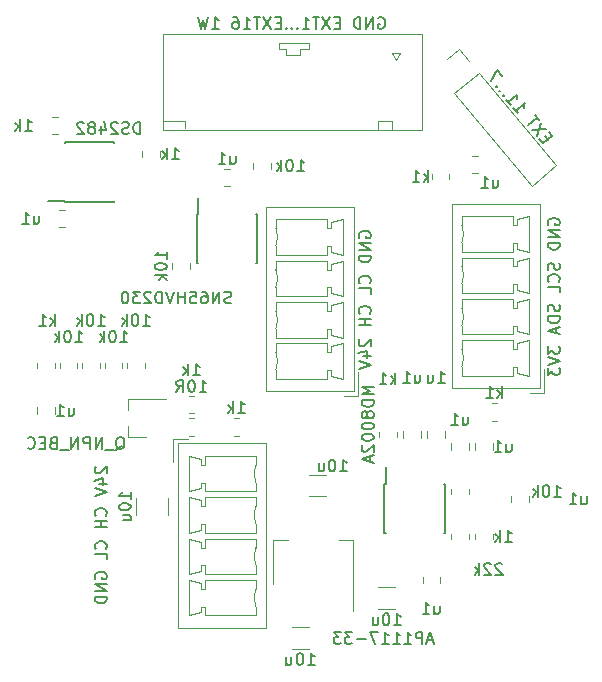
<source format=gbr>
G04 #@! TF.GenerationSoftware,KiCad,Pcbnew,(5.1.8)-1*
G04 #@! TF.CreationDate,2021-07-21T13:44:46+02:00*
G04 #@! TF.ProjectId,sensactUp2,73656e73-6163-4745-9570-322e6b696361,rev?*
G04 #@! TF.SameCoordinates,Original*
G04 #@! TF.FileFunction,Legend,Bot*
G04 #@! TF.FilePolarity,Positive*
%FSLAX46Y46*%
G04 Gerber Fmt 4.6, Leading zero omitted, Abs format (unit mm)*
G04 Created by KiCad (PCBNEW (5.1.8)-1) date 2021-07-21 13:44:46*
%MOMM*%
%LPD*%
G01*
G04 APERTURE LIST*
%ADD10C,0.120000*%
%ADD11C,0.150000*%
G04 APERTURE END LIST*
D10*
X125371469Y-87194943D02*
X123333791Y-88904758D01*
X118802179Y-79365969D02*
X125371469Y-87194943D01*
X116764501Y-81075784D02*
X123333791Y-88904758D01*
X118802179Y-79365969D02*
X116764501Y-81075784D01*
X117985839Y-78393092D02*
X117130932Y-77374253D01*
X117130932Y-77374253D02*
X116112092Y-78229161D01*
X112114000Y-77664000D02*
X111514000Y-77664000D01*
X111814000Y-78264000D02*
X112114000Y-77664000D01*
X111514000Y-77664000D02*
X111814000Y-78264000D01*
X114014000Y-84164000D02*
X92114000Y-84164000D01*
X92114000Y-84164000D02*
X92114000Y-76064000D01*
X92114000Y-76064000D02*
X114014000Y-76064000D01*
X114014000Y-76064000D02*
X114014000Y-84164000D01*
X111514000Y-84164000D02*
X111514000Y-83464000D01*
X111514000Y-83464000D02*
X110314000Y-83464000D01*
X110314000Y-83464000D02*
X110314000Y-84164000D01*
X92114000Y-83464000D02*
X93914000Y-83464000D01*
X93914000Y-83464000D02*
X93914000Y-84064000D01*
X104414000Y-76864000D02*
X101914000Y-76864000D01*
X101914000Y-76864000D02*
X101914000Y-77364000D01*
X101914000Y-77364000D02*
X102514000Y-77364000D01*
X102514000Y-77364000D02*
X102514000Y-77864000D01*
X102514000Y-77864000D02*
X103714000Y-77864000D01*
X103714000Y-77864000D02*
X103714000Y-77364000D01*
X103714000Y-77364000D02*
X104414000Y-77364000D01*
X104414000Y-77364000D02*
X104414000Y-76864000D01*
X91794000Y-86005936D02*
X91794000Y-86460064D01*
X90324000Y-86005936D02*
X90324000Y-86460064D01*
X99722000Y-87476064D02*
X99722000Y-87021936D01*
X101192000Y-87476064D02*
X101192000Y-87021936D01*
X114835000Y-88365064D02*
X114835000Y-87910936D01*
X116305000Y-88365064D02*
X116305000Y-87910936D01*
X118229748Y-86387000D02*
X118752252Y-86387000D01*
X118229748Y-87857000D02*
X118752252Y-87857000D01*
X89054000Y-104367064D02*
X89054000Y-103912936D01*
X90524000Y-104367064D02*
X90524000Y-103912936D01*
X104488748Y-115210000D02*
X105911252Y-115210000D01*
X104488748Y-113390000D02*
X105911252Y-113390000D01*
X102988748Y-128110000D02*
X104411252Y-128110000D01*
X102988748Y-126290000D02*
X104411252Y-126290000D01*
X108210000Y-124900000D02*
X108210000Y-118890000D01*
X101390000Y-122650000D02*
X101390000Y-118890000D01*
X108210000Y-118890000D02*
X106950000Y-118890000D01*
X101390000Y-118890000D02*
X102650000Y-118890000D01*
X84809000Y-104367064D02*
X84809000Y-103912936D01*
X83339000Y-104367064D02*
X83339000Y-103912936D01*
X81434000Y-103912936D02*
X81434000Y-104367064D01*
X82904000Y-103912936D02*
X82904000Y-104367064D01*
X81434000Y-107688748D02*
X81434000Y-108211252D01*
X82904000Y-107688748D02*
X82904000Y-108211252D01*
X83304748Y-90959000D02*
X83827252Y-90959000D01*
X83304748Y-92429000D02*
X83827252Y-92429000D01*
X116486000Y-111259252D02*
X116486000Y-110736748D01*
X117956000Y-111259252D02*
X117956000Y-110736748D01*
X116486000Y-118845064D02*
X116486000Y-118390936D01*
X117956000Y-118845064D02*
X117956000Y-118390936D01*
X116486000Y-115035064D02*
X116486000Y-114580936D01*
X117956000Y-115035064D02*
X117956000Y-114580936D01*
X114454000Y-110243252D02*
X114454000Y-109720748D01*
X115924000Y-110243252D02*
X115924000Y-109720748D01*
X115543000Y-122039748D02*
X115543000Y-122562252D01*
X114073000Y-122039748D02*
X114073000Y-122562252D01*
X92950000Y-110350000D02*
X92950000Y-112350000D01*
X94200000Y-110350000D02*
X92950000Y-110350000D01*
X99950000Y-125300000D02*
X99950000Y-124550000D01*
X95650000Y-125300000D02*
X99950000Y-125300000D01*
X95650000Y-124550000D02*
X95650000Y-125300000D01*
X95300000Y-124550000D02*
X95650000Y-124550000D01*
X95300000Y-125050000D02*
X95300000Y-124550000D01*
X94300000Y-125300000D02*
X95300000Y-125050000D01*
X94300000Y-122300000D02*
X94300000Y-125300000D01*
X95300000Y-122550000D02*
X94300000Y-122300000D01*
X95300000Y-123050000D02*
X95300000Y-122550000D01*
X95650000Y-123050000D02*
X95300000Y-123050000D01*
X95650000Y-122300000D02*
X95650000Y-123050000D01*
X99950000Y-122300000D02*
X95650000Y-122300000D01*
X99950000Y-123050000D02*
X99950000Y-122300000D01*
X99950000Y-121800000D02*
X99950000Y-121050000D01*
X95650000Y-121800000D02*
X99950000Y-121800000D01*
X95650000Y-121050000D02*
X95650000Y-121800000D01*
X95300000Y-121050000D02*
X95650000Y-121050000D01*
X95300000Y-121550000D02*
X95300000Y-121050000D01*
X94300000Y-121800000D02*
X95300000Y-121550000D01*
X94300000Y-118800000D02*
X94300000Y-121800000D01*
X95300000Y-119050000D02*
X94300000Y-118800000D01*
X95300000Y-119550000D02*
X95300000Y-119050000D01*
X95650000Y-119550000D02*
X95300000Y-119550000D01*
X95650000Y-118800000D02*
X95650000Y-119550000D01*
X99950000Y-118800000D02*
X95650000Y-118800000D01*
X99950000Y-119550000D02*
X99950000Y-118800000D01*
X99950000Y-118300000D02*
X99950000Y-117550000D01*
X95650000Y-118300000D02*
X99950000Y-118300000D01*
X95650000Y-117550000D02*
X95650000Y-118300000D01*
X95300000Y-117550000D02*
X95650000Y-117550000D01*
X95300000Y-118050000D02*
X95300000Y-117550000D01*
X94300000Y-118300000D02*
X95300000Y-118050000D01*
X94300000Y-115300000D02*
X94300000Y-118300000D01*
X95300000Y-115550000D02*
X94300000Y-115300000D01*
X95300000Y-116050000D02*
X95300000Y-115550000D01*
X95650000Y-116050000D02*
X95300000Y-116050000D01*
X95650000Y-115300000D02*
X95650000Y-116050000D01*
X99950000Y-115300000D02*
X95650000Y-115300000D01*
X99950000Y-116050000D02*
X99950000Y-115300000D01*
X99950000Y-114800000D02*
X99950000Y-114050000D01*
X95650000Y-114800000D02*
X99950000Y-114800000D01*
X95650000Y-114050000D02*
X95650000Y-114800000D01*
X95300000Y-114050000D02*
X95650000Y-114050000D01*
X95300000Y-114550000D02*
X95300000Y-114050000D01*
X94300000Y-114800000D02*
X95300000Y-114550000D01*
X94300000Y-111800000D02*
X94300000Y-114800000D01*
X95300000Y-112050000D02*
X94300000Y-111800000D01*
X95300000Y-112550000D02*
X95300000Y-112050000D01*
X95650000Y-112550000D02*
X95300000Y-112550000D01*
X95650000Y-111800000D02*
X95650000Y-112550000D01*
X99950000Y-111800000D02*
X95650000Y-111800000D01*
X99950000Y-112550000D02*
X99950000Y-111800000D01*
X93340000Y-126360000D02*
X93340000Y-110740000D01*
X100810000Y-126360000D02*
X93340000Y-126360000D01*
X100810000Y-110740000D02*
X100810000Y-126360000D01*
X93340000Y-110740000D02*
X100810000Y-110740000D01*
X99949845Y-124549647D02*
G75*
G02*
X99950000Y-123050000I1700155J749647D01*
G01*
X99949845Y-121049647D02*
G75*
G02*
X99950000Y-119550000I1700155J749647D01*
G01*
X99949845Y-117549647D02*
G75*
G02*
X99950000Y-116050000I1700155J749647D01*
G01*
X99949845Y-114049647D02*
G75*
G02*
X99950000Y-112550000I1700155J749647D01*
G01*
X124384000Y-106455000D02*
X124384000Y-104455000D01*
X123134000Y-106455000D02*
X124384000Y-106455000D01*
X117384000Y-91505000D02*
X117384000Y-92255000D01*
X121684000Y-91505000D02*
X117384000Y-91505000D01*
X121684000Y-92255000D02*
X121684000Y-91505000D01*
X122034000Y-92255000D02*
X121684000Y-92255000D01*
X122034000Y-91755000D02*
X122034000Y-92255000D01*
X123034000Y-91505000D02*
X122034000Y-91755000D01*
X123034000Y-94505000D02*
X123034000Y-91505000D01*
X122034000Y-94255000D02*
X123034000Y-94505000D01*
X122034000Y-93755000D02*
X122034000Y-94255000D01*
X121684000Y-93755000D02*
X122034000Y-93755000D01*
X121684000Y-94505000D02*
X121684000Y-93755000D01*
X117384000Y-94505000D02*
X121684000Y-94505000D01*
X117384000Y-93755000D02*
X117384000Y-94505000D01*
X117384000Y-95005000D02*
X117384000Y-95755000D01*
X121684000Y-95005000D02*
X117384000Y-95005000D01*
X121684000Y-95755000D02*
X121684000Y-95005000D01*
X122034000Y-95755000D02*
X121684000Y-95755000D01*
X122034000Y-95255000D02*
X122034000Y-95755000D01*
X123034000Y-95005000D02*
X122034000Y-95255000D01*
X123034000Y-98005000D02*
X123034000Y-95005000D01*
X122034000Y-97755000D02*
X123034000Y-98005000D01*
X122034000Y-97255000D02*
X122034000Y-97755000D01*
X121684000Y-97255000D02*
X122034000Y-97255000D01*
X121684000Y-98005000D02*
X121684000Y-97255000D01*
X117384000Y-98005000D02*
X121684000Y-98005000D01*
X117384000Y-97255000D02*
X117384000Y-98005000D01*
X117384000Y-98505000D02*
X117384000Y-99255000D01*
X121684000Y-98505000D02*
X117384000Y-98505000D01*
X121684000Y-99255000D02*
X121684000Y-98505000D01*
X122034000Y-99255000D02*
X121684000Y-99255000D01*
X122034000Y-98755000D02*
X122034000Y-99255000D01*
X123034000Y-98505000D02*
X122034000Y-98755000D01*
X123034000Y-101505000D02*
X123034000Y-98505000D01*
X122034000Y-101255000D02*
X123034000Y-101505000D01*
X122034000Y-100755000D02*
X122034000Y-101255000D01*
X121684000Y-100755000D02*
X122034000Y-100755000D01*
X121684000Y-101505000D02*
X121684000Y-100755000D01*
X117384000Y-101505000D02*
X121684000Y-101505000D01*
X117384000Y-100755000D02*
X117384000Y-101505000D01*
X117384000Y-102005000D02*
X117384000Y-102755000D01*
X121684000Y-102005000D02*
X117384000Y-102005000D01*
X121684000Y-102755000D02*
X121684000Y-102005000D01*
X122034000Y-102755000D02*
X121684000Y-102755000D01*
X122034000Y-102255000D02*
X122034000Y-102755000D01*
X123034000Y-102005000D02*
X122034000Y-102255000D01*
X123034000Y-105005000D02*
X123034000Y-102005000D01*
X122034000Y-104755000D02*
X123034000Y-105005000D01*
X122034000Y-104255000D02*
X122034000Y-104755000D01*
X121684000Y-104255000D02*
X122034000Y-104255000D01*
X121684000Y-105005000D02*
X121684000Y-104255000D01*
X117384000Y-105005000D02*
X121684000Y-105005000D01*
X117384000Y-104255000D02*
X117384000Y-105005000D01*
X123994000Y-90445000D02*
X123994000Y-106065000D01*
X116524000Y-90445000D02*
X123994000Y-90445000D01*
X116524000Y-106065000D02*
X116524000Y-90445000D01*
X123994000Y-106065000D02*
X116524000Y-106065000D01*
X117384155Y-92255353D02*
G75*
G02*
X117384000Y-93755000I-1700155J-749647D01*
G01*
X117384155Y-95755353D02*
G75*
G02*
X117384000Y-97255000I-1700155J-749647D01*
G01*
X117384155Y-99255353D02*
G75*
G02*
X117384000Y-100755000I-1700155J-749647D01*
G01*
X117384155Y-102755353D02*
G75*
G02*
X117384000Y-104255000I-1700155J-749647D01*
G01*
D11*
X110981000Y-114130000D02*
X110981000Y-112730000D01*
X115986000Y-114130000D02*
X115986000Y-118280000D01*
X110836000Y-114130000D02*
X110836000Y-118280000D01*
X115986000Y-114130000D02*
X115841000Y-114130000D01*
X115986000Y-118280000D02*
X115841000Y-118280000D01*
X110836000Y-118280000D02*
X110981000Y-118280000D01*
X110836000Y-114130000D02*
X110981000Y-114130000D01*
D10*
X89826000Y-116789252D02*
X89826000Y-115366748D01*
X92546000Y-116789252D02*
X92546000Y-115366748D01*
X111709252Y-124735000D02*
X110286748Y-124735000D01*
X111709252Y-122915000D02*
X110286748Y-122915000D01*
D11*
X95070000Y-91325000D02*
X95070000Y-89925000D01*
X100075000Y-91325000D02*
X100075000Y-95475000D01*
X94925000Y-91325000D02*
X94925000Y-95475000D01*
X100075000Y-91325000D02*
X99930000Y-91325000D01*
X100075000Y-95475000D02*
X99930000Y-95475000D01*
X94925000Y-95475000D02*
X95070000Y-95475000D01*
X94925000Y-91325000D02*
X95070000Y-91325000D01*
X83777000Y-90187000D02*
X82377000Y-90187000D01*
X83777000Y-85182000D02*
X87927000Y-85182000D01*
X83777000Y-90332000D02*
X87927000Y-90332000D01*
X83777000Y-85182000D02*
X83777000Y-85327000D01*
X87927000Y-85182000D02*
X87927000Y-85327000D01*
X87927000Y-90332000D02*
X87927000Y-90187000D01*
X83777000Y-90332000D02*
X83777000Y-90187000D01*
D10*
X98070936Y-108612000D02*
X98525064Y-108612000D01*
X98070936Y-110082000D02*
X98525064Y-110082000D01*
X83158064Y-84555000D02*
X82703936Y-84555000D01*
X83158064Y-83085000D02*
X82703936Y-83085000D01*
X94715064Y-110082000D02*
X94260936Y-110082000D01*
X94715064Y-108612000D02*
X94260936Y-108612000D01*
X94260936Y-106707000D02*
X94715064Y-106707000D01*
X94260936Y-108177000D02*
X94715064Y-108177000D01*
X92865000Y-95927064D02*
X92865000Y-95472936D01*
X94335000Y-95927064D02*
X94335000Y-95472936D01*
X119988000Y-118390936D02*
X119988000Y-118845064D01*
X118518000Y-118390936D02*
X118518000Y-118845064D01*
X111860000Y-109754936D02*
X111860000Y-110209064D01*
X110390000Y-109754936D02*
X110390000Y-110209064D01*
X119914936Y-107342000D02*
X120369064Y-107342000D01*
X119914936Y-108812000D02*
X120369064Y-108812000D01*
X86714000Y-103912936D02*
X86714000Y-104367064D01*
X85244000Y-103912936D02*
X85244000Y-104367064D01*
X88619000Y-103912936D02*
X88619000Y-104367064D01*
X87149000Y-103912936D02*
X87149000Y-104367064D01*
X89156000Y-110165000D02*
X90616000Y-110165000D01*
X89156000Y-107005000D02*
X92316000Y-107005000D01*
X89156000Y-107005000D02*
X89156000Y-107935000D01*
X89156000Y-110165000D02*
X89156000Y-109235000D01*
X97761252Y-88935000D02*
X97238748Y-88935000D01*
X97761252Y-87465000D02*
X97238748Y-87465000D01*
X123036000Y-115181748D02*
X123036000Y-115704252D01*
X121566000Y-115181748D02*
X121566000Y-115704252D01*
X112422000Y-110243252D02*
X112422000Y-109720748D01*
X113892000Y-110243252D02*
X113892000Y-109720748D01*
X118518000Y-111259252D02*
X118518000Y-110736748D01*
X119988000Y-111259252D02*
X119988000Y-110736748D01*
X108636000Y-106724000D02*
X108636000Y-104724000D01*
X107386000Y-106724000D02*
X108636000Y-106724000D01*
X101636000Y-91774000D02*
X101636000Y-92524000D01*
X105936000Y-91774000D02*
X101636000Y-91774000D01*
X105936000Y-92524000D02*
X105936000Y-91774000D01*
X106286000Y-92524000D02*
X105936000Y-92524000D01*
X106286000Y-92024000D02*
X106286000Y-92524000D01*
X107286000Y-91774000D02*
X106286000Y-92024000D01*
X107286000Y-94774000D02*
X107286000Y-91774000D01*
X106286000Y-94524000D02*
X107286000Y-94774000D01*
X106286000Y-94024000D02*
X106286000Y-94524000D01*
X105936000Y-94024000D02*
X106286000Y-94024000D01*
X105936000Y-94774000D02*
X105936000Y-94024000D01*
X101636000Y-94774000D02*
X105936000Y-94774000D01*
X101636000Y-94024000D02*
X101636000Y-94774000D01*
X101636000Y-95274000D02*
X101636000Y-96024000D01*
X105936000Y-95274000D02*
X101636000Y-95274000D01*
X105936000Y-96024000D02*
X105936000Y-95274000D01*
X106286000Y-96024000D02*
X105936000Y-96024000D01*
X106286000Y-95524000D02*
X106286000Y-96024000D01*
X107286000Y-95274000D02*
X106286000Y-95524000D01*
X107286000Y-98274000D02*
X107286000Y-95274000D01*
X106286000Y-98024000D02*
X107286000Y-98274000D01*
X106286000Y-97524000D02*
X106286000Y-98024000D01*
X105936000Y-97524000D02*
X106286000Y-97524000D01*
X105936000Y-98274000D02*
X105936000Y-97524000D01*
X101636000Y-98274000D02*
X105936000Y-98274000D01*
X101636000Y-97524000D02*
X101636000Y-98274000D01*
X101636000Y-98774000D02*
X101636000Y-99524000D01*
X105936000Y-98774000D02*
X101636000Y-98774000D01*
X105936000Y-99524000D02*
X105936000Y-98774000D01*
X106286000Y-99524000D02*
X105936000Y-99524000D01*
X106286000Y-99024000D02*
X106286000Y-99524000D01*
X107286000Y-98774000D02*
X106286000Y-99024000D01*
X107286000Y-101774000D02*
X107286000Y-98774000D01*
X106286000Y-101524000D02*
X107286000Y-101774000D01*
X106286000Y-101024000D02*
X106286000Y-101524000D01*
X105936000Y-101024000D02*
X106286000Y-101024000D01*
X105936000Y-101774000D02*
X105936000Y-101024000D01*
X101636000Y-101774000D02*
X105936000Y-101774000D01*
X101636000Y-101024000D02*
X101636000Y-101774000D01*
X101636000Y-102274000D02*
X101636000Y-103024000D01*
X105936000Y-102274000D02*
X101636000Y-102274000D01*
X105936000Y-103024000D02*
X105936000Y-102274000D01*
X106286000Y-103024000D02*
X105936000Y-103024000D01*
X106286000Y-102524000D02*
X106286000Y-103024000D01*
X107286000Y-102274000D02*
X106286000Y-102524000D01*
X107286000Y-105274000D02*
X107286000Y-102274000D01*
X106286000Y-105024000D02*
X107286000Y-105274000D01*
X106286000Y-104524000D02*
X106286000Y-105024000D01*
X105936000Y-104524000D02*
X106286000Y-104524000D01*
X105936000Y-105274000D02*
X105936000Y-104524000D01*
X101636000Y-105274000D02*
X105936000Y-105274000D01*
X101636000Y-104524000D02*
X101636000Y-105274000D01*
X108246000Y-90714000D02*
X108246000Y-106334000D01*
X100776000Y-90714000D02*
X108246000Y-90714000D01*
X100776000Y-106334000D02*
X100776000Y-90714000D01*
X108246000Y-106334000D02*
X100776000Y-106334000D01*
X101636155Y-103024353D02*
G75*
G02*
X101636000Y-104524000I-1700155J-749647D01*
G01*
X101636155Y-99524353D02*
G75*
G02*
X101636000Y-101024000I-1700155J-749647D01*
G01*
X101636155Y-96024353D02*
G75*
G02*
X101636000Y-97524000I-1700155J-749647D01*
G01*
X101636155Y-92524353D02*
G75*
G02*
X101636000Y-94024000I-1700155J-749647D01*
G01*
D11*
X124666691Y-85004199D02*
X124452429Y-84748851D01*
X123959341Y-84976114D02*
X124265430Y-85340898D01*
X125031475Y-84698110D01*
X124725385Y-84333327D01*
X124511123Y-84077979D02*
X123316553Y-84210070D01*
X124082598Y-83567282D02*
X123745078Y-84720766D01*
X123929553Y-83384891D02*
X123562246Y-82947151D01*
X122979855Y-83808809D02*
X123745899Y-83166021D01*
X121755498Y-82349676D02*
X122122805Y-82787416D01*
X121939151Y-82568546D02*
X122705196Y-81925759D01*
X122656979Y-82090542D01*
X122645240Y-82224717D01*
X122669979Y-82328282D01*
X121143319Y-81620110D02*
X121510626Y-82057850D01*
X121326972Y-81838980D02*
X122093017Y-81196192D01*
X122044800Y-81360976D01*
X122033061Y-81495150D01*
X122057801Y-81598716D01*
X120940795Y-81230588D02*
X120873708Y-81224718D01*
X120867838Y-81291805D01*
X120934926Y-81297675D01*
X120940795Y-81230588D01*
X120867838Y-81291805D01*
X120634706Y-80865805D02*
X120567618Y-80859935D01*
X120561749Y-80927022D01*
X120628836Y-80932892D01*
X120634706Y-80865805D01*
X120561749Y-80927022D01*
X120328616Y-80501021D02*
X120261529Y-80495152D01*
X120255660Y-80562239D01*
X120322747Y-80568109D01*
X120328616Y-80501021D01*
X120255660Y-80562239D01*
X120776833Y-79627625D02*
X120348308Y-79116929D01*
X119857744Y-80088021D01*
X110330333Y-74684000D02*
X110425571Y-74636380D01*
X110568428Y-74636380D01*
X110711285Y-74684000D01*
X110806523Y-74779238D01*
X110854142Y-74874476D01*
X110901761Y-75064952D01*
X110901761Y-75207809D01*
X110854142Y-75398285D01*
X110806523Y-75493523D01*
X110711285Y-75588761D01*
X110568428Y-75636380D01*
X110473190Y-75636380D01*
X110330333Y-75588761D01*
X110282714Y-75541142D01*
X110282714Y-75207809D01*
X110473190Y-75207809D01*
X109854142Y-75636380D02*
X109854142Y-74636380D01*
X109282714Y-75636380D01*
X109282714Y-74636380D01*
X108806523Y-75636380D02*
X108806523Y-74636380D01*
X108568428Y-74636380D01*
X108425571Y-74684000D01*
X108330333Y-74779238D01*
X108282714Y-74874476D01*
X108235095Y-75064952D01*
X108235095Y-75207809D01*
X108282714Y-75398285D01*
X108330333Y-75493523D01*
X108425571Y-75588761D01*
X108568428Y-75636380D01*
X108806523Y-75636380D01*
X107044619Y-75112571D02*
X106711285Y-75112571D01*
X106568428Y-75636380D02*
X107044619Y-75636380D01*
X107044619Y-74636380D01*
X106568428Y-74636380D01*
X106235095Y-74636380D02*
X105568428Y-75636380D01*
X105568428Y-74636380D02*
X106235095Y-75636380D01*
X105330333Y-74636380D02*
X104758904Y-74636380D01*
X105044619Y-75636380D02*
X105044619Y-74636380D01*
X103901761Y-75636380D02*
X104473190Y-75636380D01*
X104187476Y-75636380D02*
X104187476Y-74636380D01*
X104282714Y-74779238D01*
X104377952Y-74874476D01*
X104473190Y-74922095D01*
X103473190Y-75541142D02*
X103425571Y-75588761D01*
X103473190Y-75636380D01*
X103520809Y-75588761D01*
X103473190Y-75541142D01*
X103473190Y-75636380D01*
X102997000Y-75541142D02*
X102949380Y-75588761D01*
X102997000Y-75636380D01*
X103044619Y-75588761D01*
X102997000Y-75541142D01*
X102997000Y-75636380D01*
X102520809Y-75541142D02*
X102473190Y-75588761D01*
X102520809Y-75636380D01*
X102568428Y-75588761D01*
X102520809Y-75541142D01*
X102520809Y-75636380D01*
X102044619Y-75112571D02*
X101711285Y-75112571D01*
X101568428Y-75636380D02*
X102044619Y-75636380D01*
X102044619Y-74636380D01*
X101568428Y-74636380D01*
X101235095Y-74636380D02*
X100568428Y-75636380D01*
X100568428Y-74636380D02*
X101235095Y-75636380D01*
X100330333Y-74636380D02*
X99758904Y-74636380D01*
X100044619Y-75636380D02*
X100044619Y-74636380D01*
X98901761Y-75636380D02*
X99473190Y-75636380D01*
X99187476Y-75636380D02*
X99187476Y-74636380D01*
X99282714Y-74779238D01*
X99377952Y-74874476D01*
X99473190Y-74922095D01*
X98044619Y-74636380D02*
X98235095Y-74636380D01*
X98330333Y-74684000D01*
X98377952Y-74731619D01*
X98473190Y-74874476D01*
X98520809Y-75064952D01*
X98520809Y-75445904D01*
X98473190Y-75541142D01*
X98425571Y-75588761D01*
X98330333Y-75636380D01*
X98139857Y-75636380D01*
X98044619Y-75588761D01*
X97997000Y-75541142D01*
X97949380Y-75445904D01*
X97949380Y-75207809D01*
X97997000Y-75112571D01*
X98044619Y-75064952D01*
X98139857Y-75017333D01*
X98330333Y-75017333D01*
X98425571Y-75064952D01*
X98473190Y-75112571D01*
X98520809Y-75207809D01*
X96235095Y-75636380D02*
X96806523Y-75636380D01*
X96520809Y-75636380D02*
X96520809Y-74636380D01*
X96616047Y-74779238D01*
X96711285Y-74874476D01*
X96806523Y-74922095D01*
X95901761Y-74636380D02*
X95663666Y-75636380D01*
X95473190Y-74922095D01*
X95282714Y-75636380D01*
X95044619Y-74636380D01*
X92828047Y-86685380D02*
X93399476Y-86685380D01*
X93113761Y-86685380D02*
X93113761Y-85685380D01*
X93209000Y-85828238D01*
X93304238Y-85923476D01*
X93399476Y-85971095D01*
X92399476Y-86685380D02*
X92399476Y-85685380D01*
X92304238Y-86304428D02*
X92018523Y-86685380D01*
X92018523Y-86018714D02*
X92399476Y-86399666D01*
X103465238Y-87701380D02*
X104036666Y-87701380D01*
X103750952Y-87701380D02*
X103750952Y-86701380D01*
X103846190Y-86844238D01*
X103941428Y-86939476D01*
X104036666Y-86987095D01*
X102846190Y-86701380D02*
X102750952Y-86701380D01*
X102655714Y-86749000D01*
X102608095Y-86796619D01*
X102560476Y-86891857D01*
X102512857Y-87082333D01*
X102512857Y-87320428D01*
X102560476Y-87510904D01*
X102608095Y-87606142D01*
X102655714Y-87653761D01*
X102750952Y-87701380D01*
X102846190Y-87701380D01*
X102941428Y-87653761D01*
X102989047Y-87606142D01*
X103036666Y-87510904D01*
X103084285Y-87320428D01*
X103084285Y-87082333D01*
X103036666Y-86891857D01*
X102989047Y-86796619D01*
X102941428Y-86749000D01*
X102846190Y-86701380D01*
X102084285Y-87701380D02*
X102084285Y-86701380D01*
X101989047Y-87320428D02*
X101703333Y-87701380D01*
X101703333Y-87034714D02*
X102084285Y-87415666D01*
X114562857Y-88590380D02*
X114562857Y-87590380D01*
X114467619Y-88209428D02*
X114181904Y-88590380D01*
X114181904Y-87923714D02*
X114562857Y-88304666D01*
X113229523Y-88590380D02*
X113800952Y-88590380D01*
X113515238Y-88590380D02*
X113515238Y-87590380D01*
X113610476Y-87733238D01*
X113705714Y-87828476D01*
X113800952Y-87876095D01*
X120022904Y-88431714D02*
X120022904Y-89098380D01*
X120451476Y-88431714D02*
X120451476Y-88955523D01*
X120403857Y-89050761D01*
X120308619Y-89098380D01*
X120165761Y-89098380D01*
X120070523Y-89050761D01*
X120022904Y-89003142D01*
X119022904Y-89098380D02*
X119594333Y-89098380D01*
X119308619Y-89098380D02*
X119308619Y-88098380D01*
X119403857Y-88241238D01*
X119499095Y-88336476D01*
X119594333Y-88384095D01*
X90384238Y-100782380D02*
X90955666Y-100782380D01*
X90669952Y-100782380D02*
X90669952Y-99782380D01*
X90765190Y-99925238D01*
X90860428Y-100020476D01*
X90955666Y-100068095D01*
X89765190Y-99782380D02*
X89669952Y-99782380D01*
X89574714Y-99830000D01*
X89527095Y-99877619D01*
X89479476Y-99972857D01*
X89431857Y-100163333D01*
X89431857Y-100401428D01*
X89479476Y-100591904D01*
X89527095Y-100687142D01*
X89574714Y-100734761D01*
X89669952Y-100782380D01*
X89765190Y-100782380D01*
X89860428Y-100734761D01*
X89908047Y-100687142D01*
X89955666Y-100591904D01*
X90003285Y-100401428D01*
X90003285Y-100163333D01*
X89955666Y-99972857D01*
X89908047Y-99877619D01*
X89860428Y-99830000D01*
X89765190Y-99782380D01*
X89003285Y-100782380D02*
X89003285Y-99782380D01*
X88908047Y-100401428D02*
X88622333Y-100782380D01*
X88622333Y-100115714D02*
X89003285Y-100496666D01*
X107068857Y-113101380D02*
X107640285Y-113101380D01*
X107354571Y-113101380D02*
X107354571Y-112101380D01*
X107449809Y-112244238D01*
X107545047Y-112339476D01*
X107640285Y-112387095D01*
X106449809Y-112101380D02*
X106354571Y-112101380D01*
X106259333Y-112149000D01*
X106211714Y-112196619D01*
X106164095Y-112291857D01*
X106116476Y-112482333D01*
X106116476Y-112720428D01*
X106164095Y-112910904D01*
X106211714Y-113006142D01*
X106259333Y-113053761D01*
X106354571Y-113101380D01*
X106449809Y-113101380D01*
X106545047Y-113053761D01*
X106592666Y-113006142D01*
X106640285Y-112910904D01*
X106687904Y-112720428D01*
X106687904Y-112482333D01*
X106640285Y-112291857D01*
X106592666Y-112196619D01*
X106545047Y-112149000D01*
X106449809Y-112101380D01*
X105259333Y-112434714D02*
X105259333Y-113101380D01*
X105687904Y-112434714D02*
X105687904Y-112958523D01*
X105640285Y-113053761D01*
X105545047Y-113101380D01*
X105402190Y-113101380D01*
X105306952Y-113053761D01*
X105259333Y-113006142D01*
X104342857Y-129484380D02*
X104914285Y-129484380D01*
X104628571Y-129484380D02*
X104628571Y-128484380D01*
X104723809Y-128627238D01*
X104819047Y-128722476D01*
X104914285Y-128770095D01*
X103723809Y-128484380D02*
X103628571Y-128484380D01*
X103533333Y-128532000D01*
X103485714Y-128579619D01*
X103438095Y-128674857D01*
X103390476Y-128865333D01*
X103390476Y-129103428D01*
X103438095Y-129293904D01*
X103485714Y-129389142D01*
X103533333Y-129436761D01*
X103628571Y-129484380D01*
X103723809Y-129484380D01*
X103819047Y-129436761D01*
X103866666Y-129389142D01*
X103914285Y-129293904D01*
X103961904Y-129103428D01*
X103961904Y-128865333D01*
X103914285Y-128674857D01*
X103866666Y-128579619D01*
X103819047Y-128532000D01*
X103723809Y-128484380D01*
X102533333Y-128817714D02*
X102533333Y-129484380D01*
X102961904Y-128817714D02*
X102961904Y-129341523D01*
X102914285Y-129436761D01*
X102819047Y-129484380D01*
X102676190Y-129484380D01*
X102580952Y-129436761D01*
X102533333Y-129389142D01*
X114958285Y-127420666D02*
X114482095Y-127420666D01*
X115053523Y-127706380D02*
X114720190Y-126706380D01*
X114386857Y-127706380D01*
X114053523Y-127706380D02*
X114053523Y-126706380D01*
X113672571Y-126706380D01*
X113577333Y-126754000D01*
X113529714Y-126801619D01*
X113482095Y-126896857D01*
X113482095Y-127039714D01*
X113529714Y-127134952D01*
X113577333Y-127182571D01*
X113672571Y-127230190D01*
X114053523Y-127230190D01*
X112529714Y-127706380D02*
X113101142Y-127706380D01*
X112815428Y-127706380D02*
X112815428Y-126706380D01*
X112910666Y-126849238D01*
X113005904Y-126944476D01*
X113101142Y-126992095D01*
X111577333Y-127706380D02*
X112148761Y-127706380D01*
X111863047Y-127706380D02*
X111863047Y-126706380D01*
X111958285Y-126849238D01*
X112053523Y-126944476D01*
X112148761Y-126992095D01*
X110624952Y-127706380D02*
X111196380Y-127706380D01*
X110910666Y-127706380D02*
X110910666Y-126706380D01*
X111005904Y-126849238D01*
X111101142Y-126944476D01*
X111196380Y-126992095D01*
X110291619Y-126706380D02*
X109624952Y-126706380D01*
X110053523Y-127706380D01*
X109244000Y-127325428D02*
X108482095Y-127325428D01*
X108101142Y-126706380D02*
X107482095Y-126706380D01*
X107815428Y-127087333D01*
X107672571Y-127087333D01*
X107577333Y-127134952D01*
X107529714Y-127182571D01*
X107482095Y-127277809D01*
X107482095Y-127515904D01*
X107529714Y-127611142D01*
X107577333Y-127658761D01*
X107672571Y-127706380D01*
X107958285Y-127706380D01*
X108053523Y-127658761D01*
X108101142Y-127611142D01*
X107148761Y-126706380D02*
X106529714Y-126706380D01*
X106863047Y-127087333D01*
X106720190Y-127087333D01*
X106624952Y-127134952D01*
X106577333Y-127182571D01*
X106529714Y-127277809D01*
X106529714Y-127515904D01*
X106577333Y-127611142D01*
X106624952Y-127658761D01*
X106720190Y-127706380D01*
X107005904Y-127706380D01*
X107101142Y-127658761D01*
X107148761Y-127611142D01*
X84669238Y-102179380D02*
X85240666Y-102179380D01*
X84954952Y-102179380D02*
X84954952Y-101179380D01*
X85050190Y-101322238D01*
X85145428Y-101417476D01*
X85240666Y-101465095D01*
X84050190Y-101179380D02*
X83954952Y-101179380D01*
X83859714Y-101227000D01*
X83812095Y-101274619D01*
X83764476Y-101369857D01*
X83716857Y-101560333D01*
X83716857Y-101798428D01*
X83764476Y-101988904D01*
X83812095Y-102084142D01*
X83859714Y-102131761D01*
X83954952Y-102179380D01*
X84050190Y-102179380D01*
X84145428Y-102131761D01*
X84193047Y-102084142D01*
X84240666Y-101988904D01*
X84288285Y-101798428D01*
X84288285Y-101560333D01*
X84240666Y-101369857D01*
X84193047Y-101274619D01*
X84145428Y-101227000D01*
X84050190Y-101179380D01*
X83288285Y-102179380D02*
X83288285Y-101179380D01*
X83193047Y-101798428D02*
X82907333Y-102179380D01*
X82907333Y-101512714D02*
X83288285Y-101893666D01*
X82938857Y-100782380D02*
X82938857Y-99782380D01*
X82843619Y-100401428D02*
X82557904Y-100782380D01*
X82557904Y-100115714D02*
X82938857Y-100496666D01*
X81605523Y-100782380D02*
X82176952Y-100782380D01*
X81891238Y-100782380D02*
X81891238Y-99782380D01*
X81986476Y-99925238D01*
X82081714Y-100020476D01*
X82176952Y-100068095D01*
X84110904Y-107735714D02*
X84110904Y-108402380D01*
X84539476Y-107735714D02*
X84539476Y-108259523D01*
X84491857Y-108354761D01*
X84396619Y-108402380D01*
X84253761Y-108402380D01*
X84158523Y-108354761D01*
X84110904Y-108307142D01*
X83110904Y-108402380D02*
X83682333Y-108402380D01*
X83396619Y-108402380D02*
X83396619Y-107402380D01*
X83491857Y-107545238D01*
X83587095Y-107640476D01*
X83682333Y-107688095D01*
X81160904Y-91479714D02*
X81160904Y-92146380D01*
X81589476Y-91479714D02*
X81589476Y-92003523D01*
X81541857Y-92098761D01*
X81446619Y-92146380D01*
X81303761Y-92146380D01*
X81208523Y-92098761D01*
X81160904Y-92051142D01*
X80160904Y-92146380D02*
X80732333Y-92146380D01*
X80446619Y-92146380D02*
X80446619Y-91146380D01*
X80541857Y-91289238D01*
X80637095Y-91384476D01*
X80732333Y-91432095D01*
X117482904Y-108497714D02*
X117482904Y-109164380D01*
X117911476Y-108497714D02*
X117911476Y-109021523D01*
X117863857Y-109116761D01*
X117768619Y-109164380D01*
X117625761Y-109164380D01*
X117530523Y-109116761D01*
X117482904Y-109069142D01*
X116482904Y-109164380D02*
X117054333Y-109164380D01*
X116768619Y-109164380D02*
X116768619Y-108164380D01*
X116863857Y-108307238D01*
X116959095Y-108402476D01*
X117054333Y-108450095D01*
X120800666Y-120959619D02*
X120753047Y-120912000D01*
X120657809Y-120864380D01*
X120419714Y-120864380D01*
X120324476Y-120912000D01*
X120276857Y-120959619D01*
X120229238Y-121054857D01*
X120229238Y-121150095D01*
X120276857Y-121292952D01*
X120848285Y-121864380D01*
X120229238Y-121864380D01*
X119848285Y-120959619D02*
X119800666Y-120912000D01*
X119705428Y-120864380D01*
X119467333Y-120864380D01*
X119372095Y-120912000D01*
X119324476Y-120959619D01*
X119276857Y-121054857D01*
X119276857Y-121150095D01*
X119324476Y-121292952D01*
X119895904Y-121864380D01*
X119276857Y-121864380D01*
X118848285Y-121864380D02*
X118848285Y-120864380D01*
X118753047Y-121483428D02*
X118467333Y-121864380D01*
X118467333Y-121197714D02*
X118848285Y-121578666D01*
X125182238Y-115260380D02*
X125753666Y-115260380D01*
X125467952Y-115260380D02*
X125467952Y-114260380D01*
X125563190Y-114403238D01*
X125658428Y-114498476D01*
X125753666Y-114546095D01*
X124563190Y-114260380D02*
X124467952Y-114260380D01*
X124372714Y-114308000D01*
X124325095Y-114355619D01*
X124277476Y-114450857D01*
X124229857Y-114641333D01*
X124229857Y-114879428D01*
X124277476Y-115069904D01*
X124325095Y-115165142D01*
X124372714Y-115212761D01*
X124467952Y-115260380D01*
X124563190Y-115260380D01*
X124658428Y-115212761D01*
X124706047Y-115165142D01*
X124753666Y-115069904D01*
X124801285Y-114879428D01*
X124801285Y-114641333D01*
X124753666Y-114450857D01*
X124706047Y-114355619D01*
X124658428Y-114308000D01*
X124563190Y-114260380D01*
X123801285Y-115260380D02*
X123801285Y-114260380D01*
X123706047Y-114879428D02*
X123420333Y-115260380D01*
X123420333Y-114593714D02*
X123801285Y-114974666D01*
X115355666Y-105608380D02*
X115927095Y-105608380D01*
X115641380Y-105608380D02*
X115641380Y-104608380D01*
X115736619Y-104751238D01*
X115831857Y-104846476D01*
X115927095Y-104894095D01*
X114498523Y-104941714D02*
X114498523Y-105608380D01*
X114927095Y-104941714D02*
X114927095Y-105465523D01*
X114879476Y-105560761D01*
X114784238Y-105608380D01*
X114641380Y-105608380D01*
X114546142Y-105560761D01*
X114498523Y-105513142D01*
X115069904Y-124499714D02*
X115069904Y-125166380D01*
X115498476Y-124499714D02*
X115498476Y-125023523D01*
X115450857Y-125118761D01*
X115355619Y-125166380D01*
X115212761Y-125166380D01*
X115117523Y-125118761D01*
X115069904Y-125071142D01*
X114069904Y-125166380D02*
X114641333Y-125166380D01*
X114355619Y-125166380D02*
X114355619Y-124166380D01*
X114450857Y-124309238D01*
X114546095Y-124404476D01*
X114641333Y-124452095D01*
X86415619Y-112705285D02*
X86368000Y-112752904D01*
X86320380Y-112848142D01*
X86320380Y-113086238D01*
X86368000Y-113181476D01*
X86415619Y-113229095D01*
X86510857Y-113276714D01*
X86606095Y-113276714D01*
X86748952Y-113229095D01*
X87320380Y-112657666D01*
X87320380Y-113276714D01*
X86653714Y-114133857D02*
X87320380Y-114133857D01*
X86272761Y-113895761D02*
X86987047Y-113657666D01*
X86987047Y-114276714D01*
X86320380Y-114514809D02*
X87320380Y-114848142D01*
X86320380Y-115181476D01*
X87225142Y-116848142D02*
X87272761Y-116800523D01*
X87320380Y-116657666D01*
X87320380Y-116562428D01*
X87272761Y-116419571D01*
X87177523Y-116324333D01*
X87082285Y-116276714D01*
X86891809Y-116229095D01*
X86748952Y-116229095D01*
X86558476Y-116276714D01*
X86463238Y-116324333D01*
X86368000Y-116419571D01*
X86320380Y-116562428D01*
X86320380Y-116657666D01*
X86368000Y-116800523D01*
X86415619Y-116848142D01*
X87320380Y-117276714D02*
X86320380Y-117276714D01*
X86796571Y-117276714D02*
X86796571Y-117848142D01*
X87320380Y-117848142D02*
X86320380Y-117848142D01*
X87225142Y-119657666D02*
X87272761Y-119610047D01*
X87320380Y-119467190D01*
X87320380Y-119371952D01*
X87272761Y-119229095D01*
X87177523Y-119133857D01*
X87082285Y-119086238D01*
X86891809Y-119038619D01*
X86748952Y-119038619D01*
X86558476Y-119086238D01*
X86463238Y-119133857D01*
X86368000Y-119229095D01*
X86320380Y-119371952D01*
X86320380Y-119467190D01*
X86368000Y-119610047D01*
X86415619Y-119657666D01*
X87320380Y-120562428D02*
X87320380Y-120086238D01*
X86320380Y-120086238D01*
X86368000Y-122181476D02*
X86320380Y-122086238D01*
X86320380Y-121943380D01*
X86368000Y-121800523D01*
X86463238Y-121705285D01*
X86558476Y-121657666D01*
X86748952Y-121610047D01*
X86891809Y-121610047D01*
X87082285Y-121657666D01*
X87177523Y-121705285D01*
X87272761Y-121800523D01*
X87320380Y-121943380D01*
X87320380Y-122038619D01*
X87272761Y-122181476D01*
X87225142Y-122229095D01*
X86891809Y-122229095D01*
X86891809Y-122038619D01*
X87320380Y-122657666D02*
X86320380Y-122657666D01*
X87320380Y-123229095D01*
X86320380Y-123229095D01*
X87320380Y-123705285D02*
X86320380Y-123705285D01*
X86320380Y-123943380D01*
X86368000Y-124086238D01*
X86463238Y-124181476D01*
X86558476Y-124229095D01*
X86748952Y-124276714D01*
X86891809Y-124276714D01*
X87082285Y-124229095D01*
X87177523Y-124181476D01*
X87272761Y-124086238D01*
X87320380Y-123943380D01*
X87320380Y-123705285D01*
X124722000Y-92226571D02*
X124674380Y-92131333D01*
X124674380Y-91988476D01*
X124722000Y-91845619D01*
X124817238Y-91750380D01*
X124912476Y-91702761D01*
X125102952Y-91655142D01*
X125245809Y-91655142D01*
X125436285Y-91702761D01*
X125531523Y-91750380D01*
X125626761Y-91845619D01*
X125674380Y-91988476D01*
X125674380Y-92083714D01*
X125626761Y-92226571D01*
X125579142Y-92274190D01*
X125245809Y-92274190D01*
X125245809Y-92083714D01*
X125674380Y-92702761D02*
X124674380Y-92702761D01*
X125674380Y-93274190D01*
X124674380Y-93274190D01*
X125674380Y-93750380D02*
X124674380Y-93750380D01*
X124674380Y-93988476D01*
X124722000Y-94131333D01*
X124817238Y-94226571D01*
X124912476Y-94274190D01*
X125102952Y-94321809D01*
X125245809Y-94321809D01*
X125436285Y-94274190D01*
X125531523Y-94226571D01*
X125626761Y-94131333D01*
X125674380Y-93988476D01*
X125674380Y-93750380D01*
X125626761Y-95464666D02*
X125674380Y-95607523D01*
X125674380Y-95845619D01*
X125626761Y-95940857D01*
X125579142Y-95988476D01*
X125483904Y-96036095D01*
X125388666Y-96036095D01*
X125293428Y-95988476D01*
X125245809Y-95940857D01*
X125198190Y-95845619D01*
X125150571Y-95655142D01*
X125102952Y-95559904D01*
X125055333Y-95512285D01*
X124960095Y-95464666D01*
X124864857Y-95464666D01*
X124769619Y-95512285D01*
X124722000Y-95559904D01*
X124674380Y-95655142D01*
X124674380Y-95893238D01*
X124722000Y-96036095D01*
X125579142Y-97036095D02*
X125626761Y-96988476D01*
X125674380Y-96845619D01*
X125674380Y-96750380D01*
X125626761Y-96607523D01*
X125531523Y-96512285D01*
X125436285Y-96464666D01*
X125245809Y-96417047D01*
X125102952Y-96417047D01*
X124912476Y-96464666D01*
X124817238Y-96512285D01*
X124722000Y-96607523D01*
X124674380Y-96750380D01*
X124674380Y-96845619D01*
X124722000Y-96988476D01*
X124769619Y-97036095D01*
X125674380Y-97940857D02*
X125674380Y-97464666D01*
X124674380Y-97464666D01*
X125626761Y-98988476D02*
X125674380Y-99131333D01*
X125674380Y-99369428D01*
X125626761Y-99464666D01*
X125579142Y-99512285D01*
X125483904Y-99559904D01*
X125388666Y-99559904D01*
X125293428Y-99512285D01*
X125245809Y-99464666D01*
X125198190Y-99369428D01*
X125150571Y-99178952D01*
X125102952Y-99083714D01*
X125055333Y-99036095D01*
X124960095Y-98988476D01*
X124864857Y-98988476D01*
X124769619Y-99036095D01*
X124722000Y-99083714D01*
X124674380Y-99178952D01*
X124674380Y-99417047D01*
X124722000Y-99559904D01*
X125674380Y-99988476D02*
X124674380Y-99988476D01*
X124674380Y-100226571D01*
X124722000Y-100369428D01*
X124817238Y-100464666D01*
X124912476Y-100512285D01*
X125102952Y-100559904D01*
X125245809Y-100559904D01*
X125436285Y-100512285D01*
X125531523Y-100464666D01*
X125626761Y-100369428D01*
X125674380Y-100226571D01*
X125674380Y-99988476D01*
X125388666Y-100940857D02*
X125388666Y-101417047D01*
X125674380Y-100845619D02*
X124674380Y-101178952D01*
X125674380Y-101512285D01*
X124674380Y-102512285D02*
X124674380Y-103131333D01*
X125055333Y-102797999D01*
X125055333Y-102940857D01*
X125102952Y-103036095D01*
X125150571Y-103083714D01*
X125245809Y-103131333D01*
X125483904Y-103131333D01*
X125579142Y-103083714D01*
X125626761Y-103036095D01*
X125674380Y-102940857D01*
X125674380Y-102655142D01*
X125626761Y-102559904D01*
X125579142Y-102512285D01*
X124674380Y-103417047D02*
X125674380Y-103750380D01*
X124674380Y-104083714D01*
X124674380Y-104321809D02*
X124674380Y-104940857D01*
X125055333Y-104607523D01*
X125055333Y-104750380D01*
X125102952Y-104845619D01*
X125150571Y-104893238D01*
X125245809Y-104940857D01*
X125483904Y-104940857D01*
X125579142Y-104893238D01*
X125626761Y-104845619D01*
X125674380Y-104750380D01*
X125674380Y-104464666D01*
X125626761Y-104369428D01*
X125579142Y-104321809D01*
X109926380Y-105926333D02*
X108926380Y-105926333D01*
X109640666Y-106259666D01*
X108926380Y-106593000D01*
X109926380Y-106593000D01*
X109926380Y-107069190D02*
X108926380Y-107069190D01*
X108926380Y-107307285D01*
X108974000Y-107450142D01*
X109069238Y-107545380D01*
X109164476Y-107593000D01*
X109354952Y-107640619D01*
X109497809Y-107640619D01*
X109688285Y-107593000D01*
X109783523Y-107545380D01*
X109878761Y-107450142D01*
X109926380Y-107307285D01*
X109926380Y-107069190D01*
X109354952Y-108212047D02*
X109307333Y-108116809D01*
X109259714Y-108069190D01*
X109164476Y-108021571D01*
X109116857Y-108021571D01*
X109021619Y-108069190D01*
X108974000Y-108116809D01*
X108926380Y-108212047D01*
X108926380Y-108402523D01*
X108974000Y-108497761D01*
X109021619Y-108545380D01*
X109116857Y-108593000D01*
X109164476Y-108593000D01*
X109259714Y-108545380D01*
X109307333Y-108497761D01*
X109354952Y-108402523D01*
X109354952Y-108212047D01*
X109402571Y-108116809D01*
X109450190Y-108069190D01*
X109545428Y-108021571D01*
X109735904Y-108021571D01*
X109831142Y-108069190D01*
X109878761Y-108116809D01*
X109926380Y-108212047D01*
X109926380Y-108402523D01*
X109878761Y-108497761D01*
X109831142Y-108545380D01*
X109735904Y-108593000D01*
X109545428Y-108593000D01*
X109450190Y-108545380D01*
X109402571Y-108497761D01*
X109354952Y-108402523D01*
X108926380Y-109212047D02*
X108926380Y-109307285D01*
X108974000Y-109402523D01*
X109021619Y-109450142D01*
X109116857Y-109497761D01*
X109307333Y-109545380D01*
X109545428Y-109545380D01*
X109735904Y-109497761D01*
X109831142Y-109450142D01*
X109878761Y-109402523D01*
X109926380Y-109307285D01*
X109926380Y-109212047D01*
X109878761Y-109116809D01*
X109831142Y-109069190D01*
X109735904Y-109021571D01*
X109545428Y-108973952D01*
X109307333Y-108973952D01*
X109116857Y-109021571D01*
X109021619Y-109069190D01*
X108974000Y-109116809D01*
X108926380Y-109212047D01*
X108926380Y-110164428D02*
X108926380Y-110259666D01*
X108974000Y-110354904D01*
X109021619Y-110402523D01*
X109116857Y-110450142D01*
X109307333Y-110497761D01*
X109545428Y-110497761D01*
X109735904Y-110450142D01*
X109831142Y-110402523D01*
X109878761Y-110354904D01*
X109926380Y-110259666D01*
X109926380Y-110164428D01*
X109878761Y-110069190D01*
X109831142Y-110021571D01*
X109735904Y-109973952D01*
X109545428Y-109926333D01*
X109307333Y-109926333D01*
X109116857Y-109973952D01*
X109021619Y-110021571D01*
X108974000Y-110069190D01*
X108926380Y-110164428D01*
X109021619Y-110878714D02*
X108974000Y-110926333D01*
X108926380Y-111021571D01*
X108926380Y-111259666D01*
X108974000Y-111354904D01*
X109021619Y-111402523D01*
X109116857Y-111450142D01*
X109212095Y-111450142D01*
X109354952Y-111402523D01*
X109926380Y-110831095D01*
X109926380Y-111450142D01*
X109640666Y-111831095D02*
X109640666Y-112307285D01*
X109926380Y-111735857D02*
X108926380Y-112069190D01*
X109926380Y-112402523D01*
X89338380Y-115435142D02*
X89338380Y-114863714D01*
X89338380Y-115149428D02*
X88338380Y-115149428D01*
X88481238Y-115054190D01*
X88576476Y-114958952D01*
X88624095Y-114863714D01*
X88338380Y-116054190D02*
X88338380Y-116149428D01*
X88386000Y-116244666D01*
X88433619Y-116292285D01*
X88528857Y-116339904D01*
X88719333Y-116387523D01*
X88957428Y-116387523D01*
X89147904Y-116339904D01*
X89243142Y-116292285D01*
X89290761Y-116244666D01*
X89338380Y-116149428D01*
X89338380Y-116054190D01*
X89290761Y-115958952D01*
X89243142Y-115911333D01*
X89147904Y-115863714D01*
X88957428Y-115816095D01*
X88719333Y-115816095D01*
X88528857Y-115863714D01*
X88433619Y-115911333D01*
X88386000Y-115958952D01*
X88338380Y-116054190D01*
X88671714Y-117244666D02*
X89338380Y-117244666D01*
X88671714Y-116816095D02*
X89195523Y-116816095D01*
X89290761Y-116863714D01*
X89338380Y-116958952D01*
X89338380Y-117101809D01*
X89290761Y-117197047D01*
X89243142Y-117244666D01*
X111640857Y-126127380D02*
X112212285Y-126127380D01*
X111926571Y-126127380D02*
X111926571Y-125127380D01*
X112021809Y-125270238D01*
X112117047Y-125365476D01*
X112212285Y-125413095D01*
X111021809Y-125127380D02*
X110926571Y-125127380D01*
X110831333Y-125175000D01*
X110783714Y-125222619D01*
X110736095Y-125317857D01*
X110688476Y-125508333D01*
X110688476Y-125746428D01*
X110736095Y-125936904D01*
X110783714Y-126032142D01*
X110831333Y-126079761D01*
X110926571Y-126127380D01*
X111021809Y-126127380D01*
X111117047Y-126079761D01*
X111164666Y-126032142D01*
X111212285Y-125936904D01*
X111259904Y-125746428D01*
X111259904Y-125508333D01*
X111212285Y-125317857D01*
X111164666Y-125222619D01*
X111117047Y-125175000D01*
X111021809Y-125127380D01*
X109831333Y-125460714D02*
X109831333Y-126127380D01*
X110259904Y-125460714D02*
X110259904Y-125984523D01*
X110212285Y-126079761D01*
X110117047Y-126127380D01*
X109974190Y-126127380D01*
X109878952Y-126079761D01*
X109831333Y-126032142D01*
X97860857Y-98829761D02*
X97718000Y-98877380D01*
X97479904Y-98877380D01*
X97384666Y-98829761D01*
X97337047Y-98782142D01*
X97289428Y-98686904D01*
X97289428Y-98591666D01*
X97337047Y-98496428D01*
X97384666Y-98448809D01*
X97479904Y-98401190D01*
X97670380Y-98353571D01*
X97765619Y-98305952D01*
X97813238Y-98258333D01*
X97860857Y-98163095D01*
X97860857Y-98067857D01*
X97813238Y-97972619D01*
X97765619Y-97925000D01*
X97670380Y-97877380D01*
X97432285Y-97877380D01*
X97289428Y-97925000D01*
X96860857Y-98877380D02*
X96860857Y-97877380D01*
X96289428Y-98877380D01*
X96289428Y-97877380D01*
X95384666Y-97877380D02*
X95575142Y-97877380D01*
X95670380Y-97925000D01*
X95718000Y-97972619D01*
X95813238Y-98115476D01*
X95860857Y-98305952D01*
X95860857Y-98686904D01*
X95813238Y-98782142D01*
X95765619Y-98829761D01*
X95670380Y-98877380D01*
X95479904Y-98877380D01*
X95384666Y-98829761D01*
X95337047Y-98782142D01*
X95289428Y-98686904D01*
X95289428Y-98448809D01*
X95337047Y-98353571D01*
X95384666Y-98305952D01*
X95479904Y-98258333D01*
X95670380Y-98258333D01*
X95765619Y-98305952D01*
X95813238Y-98353571D01*
X95860857Y-98448809D01*
X94384666Y-97877380D02*
X94860857Y-97877380D01*
X94908476Y-98353571D01*
X94860857Y-98305952D01*
X94765619Y-98258333D01*
X94527523Y-98258333D01*
X94432285Y-98305952D01*
X94384666Y-98353571D01*
X94337047Y-98448809D01*
X94337047Y-98686904D01*
X94384666Y-98782142D01*
X94432285Y-98829761D01*
X94527523Y-98877380D01*
X94765619Y-98877380D01*
X94860857Y-98829761D01*
X94908476Y-98782142D01*
X93908476Y-98877380D02*
X93908476Y-97877380D01*
X93908476Y-98353571D02*
X93337047Y-98353571D01*
X93337047Y-98877380D02*
X93337047Y-97877380D01*
X93003714Y-97877380D02*
X92670380Y-98877380D01*
X92337047Y-97877380D01*
X92003714Y-98877380D02*
X92003714Y-97877380D01*
X91765619Y-97877380D01*
X91622761Y-97925000D01*
X91527523Y-98020238D01*
X91479904Y-98115476D01*
X91432285Y-98305952D01*
X91432285Y-98448809D01*
X91479904Y-98639285D01*
X91527523Y-98734523D01*
X91622761Y-98829761D01*
X91765619Y-98877380D01*
X92003714Y-98877380D01*
X91051333Y-97972619D02*
X91003714Y-97925000D01*
X90908476Y-97877380D01*
X90670380Y-97877380D01*
X90575142Y-97925000D01*
X90527523Y-97972619D01*
X90479904Y-98067857D01*
X90479904Y-98163095D01*
X90527523Y-98305952D01*
X91098952Y-98877380D01*
X90479904Y-98877380D01*
X90146571Y-97877380D02*
X89527523Y-97877380D01*
X89860857Y-98258333D01*
X89718000Y-98258333D01*
X89622761Y-98305952D01*
X89575142Y-98353571D01*
X89527523Y-98448809D01*
X89527523Y-98686904D01*
X89575142Y-98782142D01*
X89622761Y-98829761D01*
X89718000Y-98877380D01*
X90003714Y-98877380D01*
X90098952Y-98829761D01*
X90146571Y-98782142D01*
X88908476Y-97877380D02*
X88813238Y-97877380D01*
X88718000Y-97925000D01*
X88670380Y-97972619D01*
X88622761Y-98067857D01*
X88575142Y-98258333D01*
X88575142Y-98496428D01*
X88622761Y-98686904D01*
X88670380Y-98782142D01*
X88718000Y-98829761D01*
X88813238Y-98877380D01*
X88908476Y-98877380D01*
X89003714Y-98829761D01*
X89051333Y-98782142D01*
X89098952Y-98686904D01*
X89146571Y-98496428D01*
X89146571Y-98258333D01*
X89098952Y-98067857D01*
X89051333Y-97972619D01*
X89003714Y-97925000D01*
X88908476Y-97877380D01*
X90145857Y-84526380D02*
X90145857Y-83526380D01*
X89907761Y-83526380D01*
X89764904Y-83574000D01*
X89669666Y-83669238D01*
X89622047Y-83764476D01*
X89574428Y-83954952D01*
X89574428Y-84097809D01*
X89622047Y-84288285D01*
X89669666Y-84383523D01*
X89764904Y-84478761D01*
X89907761Y-84526380D01*
X90145857Y-84526380D01*
X89193476Y-84478761D02*
X89050619Y-84526380D01*
X88812523Y-84526380D01*
X88717285Y-84478761D01*
X88669666Y-84431142D01*
X88622047Y-84335904D01*
X88622047Y-84240666D01*
X88669666Y-84145428D01*
X88717285Y-84097809D01*
X88812523Y-84050190D01*
X89003000Y-84002571D01*
X89098238Y-83954952D01*
X89145857Y-83907333D01*
X89193476Y-83812095D01*
X89193476Y-83716857D01*
X89145857Y-83621619D01*
X89098238Y-83574000D01*
X89003000Y-83526380D01*
X88764904Y-83526380D01*
X88622047Y-83574000D01*
X88241095Y-83621619D02*
X88193476Y-83574000D01*
X88098238Y-83526380D01*
X87860142Y-83526380D01*
X87764904Y-83574000D01*
X87717285Y-83621619D01*
X87669666Y-83716857D01*
X87669666Y-83812095D01*
X87717285Y-83954952D01*
X88288714Y-84526380D01*
X87669666Y-84526380D01*
X86812523Y-83859714D02*
X86812523Y-84526380D01*
X87050619Y-83478761D02*
X87288714Y-84193047D01*
X86669666Y-84193047D01*
X86145857Y-83954952D02*
X86241095Y-83907333D01*
X86288714Y-83859714D01*
X86336333Y-83764476D01*
X86336333Y-83716857D01*
X86288714Y-83621619D01*
X86241095Y-83574000D01*
X86145857Y-83526380D01*
X85955380Y-83526380D01*
X85860142Y-83574000D01*
X85812523Y-83621619D01*
X85764904Y-83716857D01*
X85764904Y-83764476D01*
X85812523Y-83859714D01*
X85860142Y-83907333D01*
X85955380Y-83954952D01*
X86145857Y-83954952D01*
X86241095Y-84002571D01*
X86288714Y-84050190D01*
X86336333Y-84145428D01*
X86336333Y-84335904D01*
X86288714Y-84431142D01*
X86241095Y-84478761D01*
X86145857Y-84526380D01*
X85955380Y-84526380D01*
X85860142Y-84478761D01*
X85812523Y-84431142D01*
X85764904Y-84335904D01*
X85764904Y-84145428D01*
X85812523Y-84050190D01*
X85860142Y-84002571D01*
X85955380Y-83954952D01*
X85383952Y-83621619D02*
X85336333Y-83574000D01*
X85241095Y-83526380D01*
X85003000Y-83526380D01*
X84907761Y-83574000D01*
X84860142Y-83621619D01*
X84812523Y-83716857D01*
X84812523Y-83812095D01*
X84860142Y-83954952D01*
X85431571Y-84526380D01*
X84812523Y-84526380D01*
X98417047Y-108149380D02*
X98988476Y-108149380D01*
X98702761Y-108149380D02*
X98702761Y-107149380D01*
X98798000Y-107292238D01*
X98893238Y-107387476D01*
X98988476Y-107435095D01*
X97988476Y-108149380D02*
X97988476Y-107149380D01*
X97893238Y-107768428D02*
X97607523Y-108149380D01*
X97607523Y-107482714D02*
X97988476Y-107863666D01*
X80383047Y-84272380D02*
X80954476Y-84272380D01*
X80668761Y-84272380D02*
X80668761Y-83272380D01*
X80764000Y-83415238D01*
X80859238Y-83510476D01*
X80954476Y-83558095D01*
X79954476Y-84272380D02*
X79954476Y-83272380D01*
X79859238Y-83891428D02*
X79573523Y-84272380D01*
X79573523Y-83605714D02*
X79954476Y-83986666D01*
X95178476Y-106370380D02*
X95749904Y-106370380D01*
X95464190Y-106370380D02*
X95464190Y-105370380D01*
X95559428Y-105513238D01*
X95654666Y-105608476D01*
X95749904Y-105656095D01*
X94559428Y-105370380D02*
X94464190Y-105370380D01*
X94368952Y-105418000D01*
X94321333Y-105465619D01*
X94273714Y-105560857D01*
X94226095Y-105751333D01*
X94226095Y-105989428D01*
X94273714Y-106179904D01*
X94321333Y-106275142D01*
X94368952Y-106322761D01*
X94464190Y-106370380D01*
X94559428Y-106370380D01*
X94654666Y-106322761D01*
X94702285Y-106275142D01*
X94749904Y-106179904D01*
X94797523Y-105989428D01*
X94797523Y-105751333D01*
X94749904Y-105560857D01*
X94702285Y-105465619D01*
X94654666Y-105418000D01*
X94559428Y-105370380D01*
X93226095Y-106370380D02*
X93559428Y-105894190D01*
X93797523Y-106370380D02*
X93797523Y-105370380D01*
X93416571Y-105370380D01*
X93321333Y-105418000D01*
X93273714Y-105465619D01*
X93226095Y-105560857D01*
X93226095Y-105703714D01*
X93273714Y-105798952D01*
X93321333Y-105846571D01*
X93416571Y-105894190D01*
X93797523Y-105894190D01*
X94607047Y-104973380D02*
X95178476Y-104973380D01*
X94892761Y-104973380D02*
X94892761Y-103973380D01*
X94988000Y-104116238D01*
X95083238Y-104211476D01*
X95178476Y-104259095D01*
X94178476Y-104973380D02*
X94178476Y-103973380D01*
X94083238Y-104592428D02*
X93797523Y-104973380D01*
X93797523Y-104306714D02*
X94178476Y-104687666D01*
X92402380Y-95104761D02*
X92402380Y-94533333D01*
X92402380Y-94819047D02*
X91402380Y-94819047D01*
X91545238Y-94723809D01*
X91640476Y-94628571D01*
X91688095Y-94533333D01*
X91402380Y-95723809D02*
X91402380Y-95819047D01*
X91450000Y-95914285D01*
X91497619Y-95961904D01*
X91592857Y-96009523D01*
X91783333Y-96057142D01*
X92021428Y-96057142D01*
X92211904Y-96009523D01*
X92307142Y-95961904D01*
X92354761Y-95914285D01*
X92402380Y-95819047D01*
X92402380Y-95723809D01*
X92354761Y-95628571D01*
X92307142Y-95580952D01*
X92211904Y-95533333D01*
X92021428Y-95485714D01*
X91783333Y-95485714D01*
X91592857Y-95533333D01*
X91497619Y-95580952D01*
X91450000Y-95628571D01*
X91402380Y-95723809D01*
X92402380Y-96485714D02*
X91402380Y-96485714D01*
X92021428Y-96580952D02*
X92402380Y-96866666D01*
X91735714Y-96866666D02*
X92116666Y-96485714D01*
X121022047Y-119070380D02*
X121593476Y-119070380D01*
X121307761Y-119070380D02*
X121307761Y-118070380D01*
X121403000Y-118213238D01*
X121498238Y-118308476D01*
X121593476Y-118356095D01*
X120593476Y-119070380D02*
X120593476Y-118070380D01*
X120498238Y-118689428D02*
X120212523Y-119070380D01*
X120212523Y-118403714D02*
X120593476Y-118784666D01*
X111767857Y-105735380D02*
X111767857Y-104735380D01*
X111672619Y-105354428D02*
X111386904Y-105735380D01*
X111386904Y-105068714D02*
X111767857Y-105449666D01*
X110434523Y-105735380D02*
X111005952Y-105735380D01*
X110720238Y-105735380D02*
X110720238Y-104735380D01*
X110815476Y-104878238D01*
X110910714Y-104973476D01*
X111005952Y-105021095D01*
X120784857Y-106879380D02*
X120784857Y-105879380D01*
X120689619Y-106498428D02*
X120403904Y-106879380D01*
X120403904Y-106212714D02*
X120784857Y-106593666D01*
X119451523Y-106879380D02*
X120022952Y-106879380D01*
X119737238Y-106879380D02*
X119737238Y-105879380D01*
X119832476Y-106022238D01*
X119927714Y-106117476D01*
X120022952Y-106165095D01*
X86574238Y-100782380D02*
X87145666Y-100782380D01*
X86859952Y-100782380D02*
X86859952Y-99782380D01*
X86955190Y-99925238D01*
X87050428Y-100020476D01*
X87145666Y-100068095D01*
X85955190Y-99782380D02*
X85859952Y-99782380D01*
X85764714Y-99830000D01*
X85717095Y-99877619D01*
X85669476Y-99972857D01*
X85621857Y-100163333D01*
X85621857Y-100401428D01*
X85669476Y-100591904D01*
X85717095Y-100687142D01*
X85764714Y-100734761D01*
X85859952Y-100782380D01*
X85955190Y-100782380D01*
X86050428Y-100734761D01*
X86098047Y-100687142D01*
X86145666Y-100591904D01*
X86193285Y-100401428D01*
X86193285Y-100163333D01*
X86145666Y-99972857D01*
X86098047Y-99877619D01*
X86050428Y-99830000D01*
X85955190Y-99782380D01*
X85193285Y-100782380D02*
X85193285Y-99782380D01*
X85098047Y-100401428D02*
X84812333Y-100782380D01*
X84812333Y-100115714D02*
X85193285Y-100496666D01*
X88479238Y-102179380D02*
X89050666Y-102179380D01*
X88764952Y-102179380D02*
X88764952Y-101179380D01*
X88860190Y-101322238D01*
X88955428Y-101417476D01*
X89050666Y-101465095D01*
X87860190Y-101179380D02*
X87764952Y-101179380D01*
X87669714Y-101227000D01*
X87622095Y-101274619D01*
X87574476Y-101369857D01*
X87526857Y-101560333D01*
X87526857Y-101798428D01*
X87574476Y-101988904D01*
X87622095Y-102084142D01*
X87669714Y-102131761D01*
X87764952Y-102179380D01*
X87860190Y-102179380D01*
X87955428Y-102131761D01*
X88003047Y-102084142D01*
X88050666Y-101988904D01*
X88098285Y-101798428D01*
X88098285Y-101560333D01*
X88050666Y-101369857D01*
X88003047Y-101274619D01*
X87955428Y-101227000D01*
X87860190Y-101179380D01*
X87098285Y-102179380D02*
X87098285Y-101179380D01*
X87003047Y-101798428D02*
X86717333Y-102179380D01*
X86717333Y-101512714D02*
X87098285Y-101893666D01*
X88089952Y-111291619D02*
X88185190Y-111244000D01*
X88280428Y-111148761D01*
X88423285Y-111005904D01*
X88518523Y-110958285D01*
X88613761Y-110958285D01*
X88566142Y-111196380D02*
X88661380Y-111148761D01*
X88756619Y-111053523D01*
X88804238Y-110863047D01*
X88804238Y-110529714D01*
X88756619Y-110339238D01*
X88661380Y-110244000D01*
X88566142Y-110196380D01*
X88375666Y-110196380D01*
X88280428Y-110244000D01*
X88185190Y-110339238D01*
X88137571Y-110529714D01*
X88137571Y-110863047D01*
X88185190Y-111053523D01*
X88280428Y-111148761D01*
X88375666Y-111196380D01*
X88566142Y-111196380D01*
X87947095Y-111291619D02*
X87185190Y-111291619D01*
X86947095Y-111196380D02*
X86947095Y-110196380D01*
X86375666Y-111196380D01*
X86375666Y-110196380D01*
X85899476Y-111196380D02*
X85899476Y-110196380D01*
X85518523Y-110196380D01*
X85423285Y-110244000D01*
X85375666Y-110291619D01*
X85328047Y-110386857D01*
X85328047Y-110529714D01*
X85375666Y-110624952D01*
X85423285Y-110672571D01*
X85518523Y-110720190D01*
X85899476Y-110720190D01*
X84899476Y-111196380D02*
X84899476Y-110196380D01*
X84328047Y-111196380D01*
X84328047Y-110196380D01*
X84089952Y-111291619D02*
X83328047Y-111291619D01*
X82756619Y-110672571D02*
X82613761Y-110720190D01*
X82566142Y-110767809D01*
X82518523Y-110863047D01*
X82518523Y-111005904D01*
X82566142Y-111101142D01*
X82613761Y-111148761D01*
X82709000Y-111196380D01*
X83089952Y-111196380D01*
X83089952Y-110196380D01*
X82756619Y-110196380D01*
X82661380Y-110244000D01*
X82613761Y-110291619D01*
X82566142Y-110386857D01*
X82566142Y-110482095D01*
X82613761Y-110577333D01*
X82661380Y-110624952D01*
X82756619Y-110672571D01*
X83089952Y-110672571D01*
X82089952Y-110672571D02*
X81756619Y-110672571D01*
X81613761Y-111196380D02*
X82089952Y-111196380D01*
X82089952Y-110196380D01*
X81613761Y-110196380D01*
X80613761Y-111101142D02*
X80661380Y-111148761D01*
X80804238Y-111196380D01*
X80899476Y-111196380D01*
X81042333Y-111148761D01*
X81137571Y-111053523D01*
X81185190Y-110958285D01*
X81232809Y-110767809D01*
X81232809Y-110624952D01*
X81185190Y-110434476D01*
X81137571Y-110339238D01*
X81042333Y-110244000D01*
X80899476Y-110196380D01*
X80804238Y-110196380D01*
X80661380Y-110244000D01*
X80613761Y-110291619D01*
X97797904Y-86399714D02*
X97797904Y-87066380D01*
X98226476Y-86399714D02*
X98226476Y-86923523D01*
X98178857Y-87018761D01*
X98083619Y-87066380D01*
X97940761Y-87066380D01*
X97845523Y-87018761D01*
X97797904Y-86971142D01*
X96797904Y-87066380D02*
X97369333Y-87066380D01*
X97083619Y-87066380D02*
X97083619Y-86066380D01*
X97178857Y-86209238D01*
X97274095Y-86304476D01*
X97369333Y-86352095D01*
X127515904Y-115228714D02*
X127515904Y-115895380D01*
X127944476Y-115228714D02*
X127944476Y-115752523D01*
X127896857Y-115847761D01*
X127801619Y-115895380D01*
X127658761Y-115895380D01*
X127563523Y-115847761D01*
X127515904Y-115800142D01*
X126515904Y-115895380D02*
X127087333Y-115895380D01*
X126801619Y-115895380D02*
X126801619Y-114895380D01*
X126896857Y-115038238D01*
X126992095Y-115133476D01*
X127087333Y-115181095D01*
X113418904Y-104941714D02*
X113418904Y-105608380D01*
X113847476Y-104941714D02*
X113847476Y-105465523D01*
X113799857Y-105560761D01*
X113704619Y-105608380D01*
X113561761Y-105608380D01*
X113466523Y-105560761D01*
X113418904Y-105513142D01*
X112418904Y-105608380D02*
X112990333Y-105608380D01*
X112704619Y-105608380D02*
X112704619Y-104608380D01*
X112799857Y-104751238D01*
X112895095Y-104846476D01*
X112990333Y-104894095D01*
X121165904Y-110783714D02*
X121165904Y-111450380D01*
X121594476Y-110783714D02*
X121594476Y-111307523D01*
X121546857Y-111402761D01*
X121451619Y-111450380D01*
X121308761Y-111450380D01*
X121213523Y-111402761D01*
X121165904Y-111355142D01*
X120165904Y-111450380D02*
X120737333Y-111450380D01*
X120451619Y-111450380D02*
X120451619Y-110450380D01*
X120546857Y-110593238D01*
X120642095Y-110688476D01*
X120737333Y-110736095D01*
X108720000Y-93309714D02*
X108672380Y-93214476D01*
X108672380Y-93071619D01*
X108720000Y-92928761D01*
X108815238Y-92833523D01*
X108910476Y-92785904D01*
X109100952Y-92738285D01*
X109243809Y-92738285D01*
X109434285Y-92785904D01*
X109529523Y-92833523D01*
X109624761Y-92928761D01*
X109672380Y-93071619D01*
X109672380Y-93166857D01*
X109624761Y-93309714D01*
X109577142Y-93357333D01*
X109243809Y-93357333D01*
X109243809Y-93166857D01*
X109672380Y-93785904D02*
X108672380Y-93785904D01*
X109672380Y-94357333D01*
X108672380Y-94357333D01*
X109672380Y-94833523D02*
X108672380Y-94833523D01*
X108672380Y-95071619D01*
X108720000Y-95214476D01*
X108815238Y-95309714D01*
X108910476Y-95357333D01*
X109100952Y-95404952D01*
X109243809Y-95404952D01*
X109434285Y-95357333D01*
X109529523Y-95309714D01*
X109624761Y-95214476D01*
X109672380Y-95071619D01*
X109672380Y-94833523D01*
X109577142Y-97166857D02*
X109624761Y-97119238D01*
X109672380Y-96976380D01*
X109672380Y-96881142D01*
X109624761Y-96738285D01*
X109529523Y-96643047D01*
X109434285Y-96595428D01*
X109243809Y-96547809D01*
X109100952Y-96547809D01*
X108910476Y-96595428D01*
X108815238Y-96643047D01*
X108720000Y-96738285D01*
X108672380Y-96881142D01*
X108672380Y-96976380D01*
X108720000Y-97119238D01*
X108767619Y-97166857D01*
X109672380Y-98071619D02*
X109672380Y-97595428D01*
X108672380Y-97595428D01*
X109577142Y-99738285D02*
X109624761Y-99690666D01*
X109672380Y-99547809D01*
X109672380Y-99452571D01*
X109624761Y-99309714D01*
X109529523Y-99214476D01*
X109434285Y-99166857D01*
X109243809Y-99119238D01*
X109100952Y-99119238D01*
X108910476Y-99166857D01*
X108815238Y-99214476D01*
X108720000Y-99309714D01*
X108672380Y-99452571D01*
X108672380Y-99547809D01*
X108720000Y-99690666D01*
X108767619Y-99738285D01*
X109672380Y-100166857D02*
X108672380Y-100166857D01*
X109148571Y-100166857D02*
X109148571Y-100738285D01*
X109672380Y-100738285D02*
X108672380Y-100738285D01*
X108767619Y-101928761D02*
X108720000Y-101976380D01*
X108672380Y-102071619D01*
X108672380Y-102309714D01*
X108720000Y-102404952D01*
X108767619Y-102452571D01*
X108862857Y-102500190D01*
X108958095Y-102500190D01*
X109100952Y-102452571D01*
X109672380Y-101881142D01*
X109672380Y-102500190D01*
X109005714Y-103357333D02*
X109672380Y-103357333D01*
X108624761Y-103119238D02*
X109339047Y-102881142D01*
X109339047Y-103500190D01*
X108672380Y-103738285D02*
X109672380Y-104071619D01*
X108672380Y-104404952D01*
M02*

</source>
